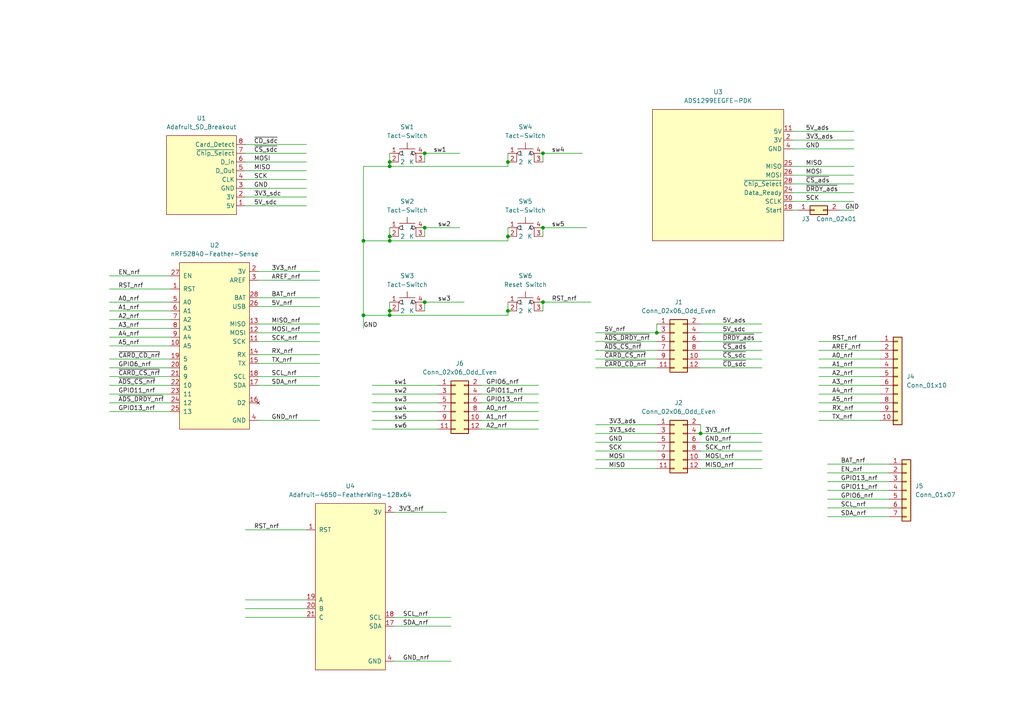
<source format=kicad_sch>
(kicad_sch (version 20211123) (generator eeschema)
  (paper "A4")
  (lib_symbols
    (symbol "ADS1299EEGFE-PDK_1"
      (property "Reference" "U" (at 8.89 20.32 0))
      (property "Value" "ADS1299EEGFE-PDK_1" (at -15.24 19.05 0))
      (symbol "ADS1299EEGFE-PDK_1_0_1"
        (rectangle (start -38.1 17.78) (end 0 -20.32) (fill (type background)))
      )
      (symbol "ADS1299EEGFE-PDK_1_1_1"
        (pin power_in line (at 2.54 11.43 180) (length 2.54) (name "5V") (number "11"))
        (pin input line (at 2.54 -11.43 180) (length 2.54) (name "Start") (number "18"))
        (pin power_in line (at 2.54 8.89 180) (length 2.54) (name "3V") (number "2"))
        (pin output line (at 2.54 -6.35 180) (length 2.54) (name "Data_Ready") (number "24"))
        (pin output line (at 2.54 1.27 180) (length 2.54) (name "MISO") (number "25"))
        (pin input line (at 2.54 -1.27 180) (length 2.54) (name "MOSI") (number "26"))
        (pin input line (at 2.54 -3.81 180) (length 2.54) (name "~{Chip_Select}") (number "28"))
        (pin input line (at 2.54 -8.89 180) (length 2.54) (name "SCLK") (number "30"))
        (pin power_in line (at 2.54 6.35 180) (length 2.54) (name "GND") (number "4"))
      )
    )
    (symbol "Adafruit_SD_Breakout_1"
      (property "Reference" "U" (at -19.05 0 0))
      (property "Value" "Adafruit_SD_Breakout_1" (at -10.16 -25.4 0))
      (symbol "Adafruit_SD_Breakout_1_0_1"
        (rectangle (start -20.32 -1.27) (end 0 -24.13) (fill (type background)))
      )
      (symbol "Adafruit_SD_Breakout_1_1_1"
        (pin power_in line (at 2.54 -21.59 180) (length 2.54) (name "5V") (number "1"))
        (pin power_in line (at 2.54 -19.05 180) (length 2.54) (name "3V") (number "2"))
        (pin power_in line (at 2.54 -16.51 180) (length 2.54) (name "GND") (number "3"))
        (pin input line (at 2.54 -13.97 180) (length 2.54) (name "CLK") (number "4"))
        (pin output line (at 2.54 -11.43 180) (length 2.54) (name "D_Out") (number "5"))
        (pin input line (at 2.54 -8.89 180) (length 2.54) (name "D_in") (number "6"))
        (pin input line (at 2.54 -6.35 180) (length 2.54) (name "~{Chip_Select}") (number "7"))
        (pin output line (at 2.54 -3.81 180) (length 2.54) (name "Card_Detect") (number "8"))
      )
    )
    (symbol "Connector_Generic:Conn_01x07" (pin_names (offset 1.016) hide)
      (property "Reference" "J" (at 0 10.16 0))
      (property "Value" "Conn_01x07" (at 0 -10.16 0))
      (symbol "Conn_01x07_1_1"
        (rectangle (start -1.27 -7.493) (end 0 -7.747) (stroke (width 0.1524)))
        (rectangle (start -1.27 -4.953) (end 0 -5.207) (stroke (width 0.1524)))
        (rectangle (start -1.27 -2.413) (end 0 -2.667) (stroke (width 0.1524)))
        (rectangle (start -1.27 0.127) (end 0 -0.127) (stroke (width 0.1524)))
        (rectangle (start -1.27 2.667) (end 0 2.413) (stroke (width 0.1524)))
        (rectangle (start -1.27 5.207) (end 0 4.953) (stroke (width 0.1524)))
        (rectangle (start -1.27 7.747) (end 0 7.493) (stroke (width 0.1524)))
        (rectangle (start -1.27 8.89) (end 1.27 -8.89) (stroke (width 0.254)) (fill (type background)))
        (pin passive line (at -5.08 7.62 0) (length 3.81) (name "Pin_1") (number "1"))
        (pin passive line (at -5.08 5.08 0) (length 3.81) (name "Pin_2") (number "2"))
        (pin passive line (at -5.08 2.54 0) (length 3.81) (name "Pin_3") (number "3"))
        (pin passive line (at -5.08 0 0) (length 3.81) (name "Pin_4") (number "4"))
        (pin passive line (at -5.08 -2.54 0) (length 3.81) (name "Pin_5") (number "5"))
        (pin passive line (at -5.08 -5.08 0) (length 3.81) (name "Pin_6") (number "6"))
        (pin passive line (at -5.08 -7.62 0) (length 3.81) (name "Pin_7") (number "7"))
      )
    )
    (symbol "Connector_Generic:Conn_01x10" (pin_names (offset 1.016) hide)
      (property "Reference" "J" (at 0 12.7 0))
      (property "Value" "Conn_01x10" (at 0 -15.24 0))
      (symbol "Conn_01x10_1_1"
        (rectangle (start -1.27 -12.573) (end 0 -12.827) (stroke (width 0.1524)))
        (rectangle (start -1.27 -10.033) (end 0 -10.287) (stroke (width 0.1524)))
        (rectangle (start -1.27 -7.493) (end 0 -7.747) (stroke (width 0.1524)))
        (rectangle (start -1.27 -4.953) (end 0 -5.207) (stroke (width 0.1524)))
        (rectangle (start -1.27 -2.413) (end 0 -2.667) (stroke (width 0.1524)))
        (rectangle (start -1.27 0.127) (end 0 -0.127) (stroke (width 0.1524)))
        (rectangle (start -1.27 2.667) (end 0 2.413) (stroke (width 0.1524)))
        (rectangle (start -1.27 5.207) (end 0 4.953) (stroke (width 0.1524)))
        (rectangle (start -1.27 7.747) (end 0 7.493) (stroke (width 0.1524)))
        (rectangle (start -1.27 10.287) (end 0 10.033) (stroke (width 0.1524)))
        (rectangle (start -1.27 11.43) (end 1.27 -13.97) (stroke (width 0.254)) (fill (type background)))
        (pin passive line (at -5.08 10.16 0) (length 3.81) (name "Pin_1") (number "1"))
        (pin passive line (at -5.08 -12.7 0) (length 3.81) (name "Pin_10") (number "10"))
        (pin passive line (at -5.08 7.62 0) (length 3.81) (name "Pin_2") (number "2"))
        (pin passive line (at -5.08 5.08 0) (length 3.81) (name "Pin_3") (number "3"))
        (pin passive line (at -5.08 2.54 0) (length 3.81) (name "Pin_4") (number "4"))
        (pin passive line (at -5.08 0 0) (length 3.81) (name "Pin_5") (number "5"))
        (pin passive line (at -5.08 -2.54 0) (length 3.81) (name "Pin_6") (number "6"))
        (pin passive line (at -5.08 -5.08 0) (length 3.81) (name "Pin_7") (number "7"))
        (pin passive line (at -5.08 -7.62 0) (length 3.81) (name "Pin_8") (number "8"))
        (pin passive line (at -5.08 -10.16 0) (length 3.81) (name "Pin_9") (number "9"))
      )
    )
    (symbol "Connector_Generic:Conn_02x01" (pin_names (offset 1.016) hide)
      (property "Reference" "J" (at 1.27 2.54 0))
      (property "Value" "Conn_02x01" (at 1.27 -2.54 0))
      (symbol "Conn_02x01_1_1"
        (rectangle (start -1.27 0.127) (end 0 -0.127) (stroke (width 0.1524)))
        (rectangle (start -1.27 1.27) (end 3.81 -1.27) (stroke (width 0.254)) (fill (type background)))
        (rectangle (start 3.81 0.127) (end 2.54 -0.127) (stroke (width 0.1524)))
        (pin passive line (at -5.08 0 0) (length 3.81) (name "Pin_1") (number "1"))
        (pin passive line (at 7.62 0 180) (length 3.81) (name "Pin_2") (number "2"))
      )
    )
    (symbol "Connector_Generic:Conn_02x06_Odd_Even" (pin_names (offset 1.016) hide)
      (property "Reference" "J" (at 1.27 7.62 0))
      (property "Value" "Conn_02x06_Odd_Even" (at 1.27 -10.16 0))
      (symbol "Conn_02x06_Odd_Even_1_1"
        (rectangle (start -1.27 -7.493) (end 0 -7.747) (stroke (width 0.1524)))
        (rectangle (start -1.27 -4.953) (end 0 -5.207) (stroke (width 0.1524)))
        (rectangle (start -1.27 -2.413) (end 0 -2.667) (stroke (width 0.1524)))
        (rectangle (start -1.27 0.127) (end 0 -0.127) (stroke (width 0.1524)))
        (rectangle (start -1.27 2.667) (end 0 2.413) (stroke (width 0.1524)))
        (rectangle (start -1.27 5.207) (end 0 4.953) (stroke (width 0.1524)))
        (rectangle (start -1.27 6.35) (end 3.81 -8.89) (stroke (width 0.254)) (fill (type background)))
        (rectangle (start 3.81 -7.493) (end 2.54 -7.747) (stroke (width 0.1524)))
        (rectangle (start 3.81 -4.953) (end 2.54 -5.207) (stroke (width 0.1524)))
        (rectangle (start 3.81 -2.413) (end 2.54 -2.667) (stroke (width 0.1524)))
        (rectangle (start 3.81 0.127) (end 2.54 -0.127) (stroke (width 0.1524)))
        (rectangle (start 3.81 2.667) (end 2.54 2.413) (stroke (width 0.1524)))
        (rectangle (start 3.81 5.207) (end 2.54 4.953) (stroke (width 0.1524)))
        (pin passive line (at -5.08 5.08 0) (length 3.81) (name "Pin_1") (number "1"))
        (pin passive line (at 7.62 -5.08 180) (length 3.81) (name "Pin_10") (number "10"))
        (pin passive line (at -5.08 -7.62 0) (length 3.81) (name "Pin_11") (number "11"))
        (pin passive line (at 7.62 -7.62 180) (length 3.81) (name "Pin_12") (number "12"))
        (pin passive line (at 7.62 5.08 180) (length 3.81) (name "Pin_2") (number "2"))
        (pin passive line (at -5.08 2.54 0) (length 3.81) (name "Pin_3") (number "3"))
        (pin passive line (at 7.62 2.54 180) (length 3.81) (name "Pin_4") (number "4"))
        (pin passive line (at -5.08 0 0) (length 3.81) (name "Pin_5") (number "5"))
        (pin passive line (at 7.62 0 180) (length 3.81) (name "Pin_6") (number "6"))
        (pin passive line (at -5.08 -2.54 0) (length 3.81) (name "Pin_7") (number "7"))
        (pin passive line (at 7.62 -2.54 180) (length 3.81) (name "Pin_8") (number "8"))
        (pin passive line (at -5.08 -5.08 0) (length 3.81) (name "Pin_9") (number "9"))
      )
    )
    (symbol "VolksEEG:Adafruit-4650-FeatherWing-128x64" (pin_names (offset 1.016))
      (property "Reference" "U" (at -8.89 25.4 0))
      (property "Value" "Adafruit-4650-FeatherWing-128x64" (at 1.27 -25.4 0))
      (property "Datasheet" "https://learn.adafruit.com/adafruit-128x64-oled-featherwing/overview" (at -1.27 29.21 0))
      (symbol "Adafruit-4650-FeatherWing-128x64_0_1"
        (rectangle (start -10.16 24.13) (end 10.16 -24.13) (fill (type background)))
      )
      (symbol "Adafruit-4650-FeatherWing-128x64_1_1"
        (pin input line (at -12.7 16.51 0) (length 2.54) (name "RST") (number "1"))
        (pin bidirectional line (at 12.7 -11.43 180) (length 2.54) (name "SDA") (number "17"))
        (pin output line (at 12.7 -8.89 180) (length 2.54) (name "SCL") (number "18"))
        (pin bidirectional line (at -12.7 -3.81 0) (length 2.54) (name "A") (number "19"))
        (pin power_in line (at 12.7 21.59 180) (length 2.54) (name "3V") (number "2"))
        (pin bidirectional line (at -12.7 -6.35 0) (length 2.54) (name "B") (number "20"))
        (pin bidirectional line (at -12.7 -8.89 0) (length 2.54) (name "C") (number "21"))
        (pin power_in line (at 12.7 -21.59 180) (length 2.54) (name "GND") (number "4"))
      )
    )
    (symbol "VolksEEG:Tact-Switch"
      (property "Reference" "SW" (at 1.27 -2.54 0))
      (property "Value" "Tact-Switch" (at 1.27 1.27 0))
      (symbol "Tact-Switch_0_1"
        (circle (center -1.778 -5.08) (radius 0.508))
        (polyline (pts (xy -2.286 -3.81) (xy 2.286 -3.81)))
        (polyline (pts (xy 0 -3.81) (xy 0 -2.032)))
        (polyline (pts (xy -2.54 -7.62) (xy -2.54 -5.08) (xy -2.286 -5.08)))
        (polyline (pts (xy 2.54 -7.62) (xy 2.54 -5.08) (xy 2.286 -5.08)))
        (circle (center 1.778 -5.08) (radius 0.508))
        (pin passive line (at -5.08 -5.08 0) (length 2.54) (name "1") (number "1"))
        (pin passive line (at -5.08 -7.62 0) (length 2.54) (name "2") (number "2"))
        (pin passive line (at 5.08 -7.62 180) (length 2.54) (name "K") (number "3"))
        (pin passive line (at 5.08 -5.08 180) (length 2.54) (name "A") (number "4"))
      )
    )
    (symbol "VolksEEG:nRF52840-Feather-Sense" (pin_names (offset 1.016))
      (property "Reference" "U" (at -8.89 25.4 0))
      (property "Value" "nRF52840-Feather-Sense" (at 1.27 -25.4 0))
      (symbol "nRF52840-Feather-Sense_0_1"
        (rectangle (start -10.16 24.13) (end 10.16 -24.13) (fill (type background)))
      )
      (symbol "nRF52840-Feather-Sense_1_1"
        (pin input line (at -12.7 16.51 0) (length 2.54) (name "RST") (number "1"))
        (pin bidirectional line (at -12.7 0 0) (length 2.54) (name "A5") (number "10"))
        (pin output line (at 12.7 1.27 180) (length 2.54) (name "SCK") (number "11"))
        (pin output line (at 12.7 3.81 180) (length 2.54) (name "MOSI") (number "12"))
        (pin input line (at 12.7 6.35 180) (length 2.54) (name "MISO") (number "13"))
        (pin input line (at 12.7 -2.54 180) (length 2.54) (name "RX") (number "14"))
        (pin output line (at 12.7 -5.08 180) (length 2.54) (name "TX") (number "15"))
        (pin no_connect line (at 12.7 -16.51 180) (length 2.54) (name "D2") (number "16"))
        (pin bidirectional line (at 12.7 -11.43 180) (length 2.54) (name "SDA") (number "17"))
        (pin output line (at 12.7 -8.89 180) (length 2.54) (name "SCL") (number "18"))
        (pin bidirectional line (at -12.7 -3.81 0) (length 2.54) (name "5") (number "19"))
        (pin power_in line (at 12.7 21.59 180) (length 2.54) (name "3V") (number "2"))
        (pin bidirectional line (at -12.7 -6.35 0) (length 2.54) (name "6") (number "20"))
        (pin bidirectional line (at -12.7 -8.89 0) (length 2.54) (name "9") (number "21"))
        (pin bidirectional line (at -12.7 -11.43 0) (length 2.54) (name "10") (number "22"))
        (pin bidirectional line (at -12.7 -13.97 0) (length 2.54) (name "11") (number "23"))
        (pin bidirectional line (at -12.7 -16.51 0) (length 2.54) (name "12") (number "24"))
        (pin bidirectional line (at -12.7 -19.05 0) (length 2.54) (name "13") (number "25"))
        (pin power_out line (at 12.7 11.43 180) (length 2.54) (name "USB") (number "26"))
        (pin input line (at -12.7 20.32 0) (length 2.54) (name "EN") (number "27"))
        (pin power_out line (at 12.7 13.97 180) (length 2.54) (name "BAT") (number "28"))
        (pin power_in line (at 12.7 19.05 180) (length 2.54) (name "AREF") (number "3"))
        (pin power_in line (at 12.7 -21.59 180) (length 2.54) (name "GND") (number "4"))
        (pin bidirectional line (at -12.7 12.7 0) (length 2.54) (name "A0") (number "5"))
        (pin bidirectional line (at -12.7 10.16 0) (length 2.54) (name "A1") (number "6"))
        (pin bidirectional line (at -12.7 7.62 0) (length 2.54) (name "A2") (number "7"))
        (pin bidirectional line (at -12.7 5.08 0) (length 2.54) (name "A3") (number "8"))
        (pin bidirectional line (at -12.7 2.54 0) (length 2.54) (name "A4") (number "9"))
      )
    )
  )
  (junction (at 147.32 90.17))
  (junction (at 157.48 87.63))
  (junction (at 147.32 68.58))
  (junction (at 157.48 66.04))
  (junction (at 157.48 44.45))
  (junction (at 105.41 69.85))
  (junction (at 113.03 68.58))
  (junction (at 113.03 48.26))
  (junction (at 113.03 69.85))
  (junction (at 203.2 125.73))
  (junction (at 113.03 46.99))
  (junction (at 123.19 44.45))
  (junction (at 190.5 96.52))
  (junction (at 113.03 91.44))
  (junction (at 147.32 46.99))
  (junction (at 105.41 91.44))
  (junction (at 123.19 66.04))
  (junction (at 123.19 87.63))
  (junction (at 113.03 90.17))
  (wire (pts (xy 107.95 111.76) (xy 127 111.76)))
  (wire (pts (xy 240.03 144.78) (xy 257.81 144.78)))
  (wire (pts (xy 74.93 88.9) (xy 92.71 88.9)))
  (wire (pts (xy 203.2 106.68) (xy 220.98 106.68)))
  (wire (pts (xy 237.49 111.76) (xy 255.27 111.76)))
  (wire (pts (xy 74.93 81.28) (xy 92.71 81.28)))
  (wire (pts (xy 31.75 100.33) (xy 49.53 100.33)))
  (wire (pts (xy 172.72 125.73) (xy 190.5 125.73)))
  (wire (pts (xy 71.12 153.67) (xy 88.9 153.67)))
  (wire (pts (xy 203.2 128.27) (xy 220.98 128.27)))
  (wire (pts (xy 229.87 40.64) (xy 247.65 40.64)))
  (wire (pts (xy 172.72 135.89) (xy 190.5 135.89)))
  (wire (pts (xy 31.75 116.84) (xy 49.53 116.84)))
  (wire (pts (xy 71.12 41.91) (xy 88.9 41.91)))
  (wire (pts (xy 139.7 111.76) (xy 156.21 111.76)))
  (wire (pts (xy 172.72 128.27) (xy 190.5 128.27)))
  (wire (pts (xy 172.72 106.68) (xy 190.5 106.68)))
  (wire (pts (xy 113.03 69.85) (xy 147.32 69.85)))
  (wire (pts (xy 74.93 78.74) (xy 92.71 78.74)))
  (wire (pts (xy 139.7 119.38) (xy 156.21 119.38)))
  (wire (pts (xy 237.49 121.92) (xy 255.27 121.92)))
  (wire (pts (xy 107.95 121.92) (xy 127 121.92)))
  (wire (pts (xy 113.03 48.26) (xy 147.32 48.26)))
  (wire (pts (xy 139.7 114.3) (xy 156.21 114.3)))
  (wire (pts (xy 74.93 86.36) (xy 92.71 86.36)))
  (wire (pts (xy 237.49 109.22) (xy 255.27 109.22)))
  (wire (pts (xy 203.2 96.52) (xy 220.98 96.52)))
  (wire (pts (xy 71.12 44.45) (xy 88.9 44.45)))
  (wire (pts (xy 114.3 179.07) (xy 130.81 179.07)))
  (wire (pts (xy 113.03 87.63) (xy 113.03 90.17)))
  (wire (pts (xy 157.48 66.04) (xy 157.48 68.58)))
  (wire (pts (xy 74.93 96.52) (xy 92.71 96.52)))
  (wire (pts (xy 31.75 97.79) (xy 49.53 97.79)))
  (wire (pts (xy 113.03 68.58) (xy 113.03 69.85)))
  (wire (pts (xy 203.2 123.19) (xy 203.2 125.73)))
  (wire (pts (xy 157.48 44.45) (xy 168.91 44.45)))
  (wire (pts (xy 147.32 90.17) (xy 147.32 91.44)))
  (wire (pts (xy 107.95 124.46) (xy 127 124.46)))
  (wire (pts (xy 203.2 93.98) (xy 220.98 93.98)))
  (wire (pts (xy 105.41 69.85) (xy 113.03 69.85)))
  (wire (pts (xy 123.19 44.45) (xy 123.19 46.99)))
  (wire (pts (xy 31.75 87.63) (xy 49.53 87.63)))
  (wire (pts (xy 31.75 80.01) (xy 49.53 80.01)))
  (wire (pts (xy 157.48 66.04) (xy 170.18 66.04)))
  (wire (pts (xy 113.03 44.45) (xy 113.03 46.99)))
  (wire (pts (xy 74.93 109.22) (xy 92.71 109.22)))
  (wire (pts (xy 243.84 60.96) (xy 247.65 60.96)))
  (wire (pts (xy 237.49 116.84) (xy 255.27 116.84)))
  (wire (pts (xy 31.75 111.76) (xy 49.53 111.76)))
  (wire (pts (xy 71.12 57.15) (xy 88.9 57.15)))
  (wire (pts (xy 113.03 90.17) (xy 113.03 91.44)))
  (wire (pts (xy 71.12 49.53) (xy 88.9 49.53)))
  (wire (pts (xy 31.75 114.3) (xy 49.53 114.3)))
  (wire (pts (xy 157.48 87.63) (xy 157.48 90.17)))
  (wire (pts (xy 240.03 142.24) (xy 257.81 142.24)))
  (wire (pts (xy 240.03 139.7) (xy 257.81 139.7)))
  (wire (pts (xy 123.19 87.63) (xy 134.62 87.63)))
  (wire (pts (xy 172.72 96.52) (xy 190.5 96.52)))
  (wire (pts (xy 172.72 130.81) (xy 190.5 130.81)))
  (wire (pts (xy 229.87 43.18) (xy 247.65 43.18)))
  (wire (pts (xy 229.87 53.34) (xy 247.65 53.34)))
  (wire (pts (xy 157.48 87.63) (xy 171.45 87.63)))
  (wire (pts (xy 113.03 46.99) (xy 113.03 48.26)))
  (wire (pts (xy 31.75 109.22) (xy 49.53 109.22)))
  (wire (pts (xy 105.41 91.44) (xy 113.03 91.44)))
  (wire (pts (xy 74.93 111.76) (xy 92.71 111.76)))
  (wire (pts (xy 31.75 90.17) (xy 49.53 90.17)))
  (wire (pts (xy 237.49 104.14) (xy 255.27 104.14)))
  (wire (pts (xy 203.2 99.06) (xy 220.98 99.06)))
  (wire (pts (xy 113.03 91.44) (xy 147.32 91.44)))
  (wire (pts (xy 71.12 52.07) (xy 88.9 52.07)))
  (wire (pts (xy 71.12 54.61) (xy 88.9 54.61)))
  (wire (pts (xy 105.41 91.44) (xy 105.41 95.25)))
  (wire (pts (xy 147.32 66.04) (xy 147.32 68.58)))
  (wire (pts (xy 172.72 104.14) (xy 190.5 104.14)))
  (wire (pts (xy 114.3 148.59) (xy 129.54 148.59)))
  (wire (pts (xy 71.12 173.99) (xy 88.9 173.99)))
  (wire (pts (xy 229.87 55.88) (xy 247.65 55.88)))
  (wire (pts (xy 172.72 101.6) (xy 190.5 101.6)))
  (wire (pts (xy 172.72 123.19) (xy 190.5 123.19)))
  (wire (pts (xy 237.49 114.3) (xy 255.27 114.3)))
  (wire (pts (xy 203.2 125.73) (xy 220.98 125.73)))
  (wire (pts (xy 71.12 176.53) (xy 88.9 176.53)))
  (wire (pts (xy 237.49 119.38) (xy 255.27 119.38)))
  (wire (pts (xy 139.7 121.92) (xy 156.21 121.92)))
  (wire (pts (xy 157.48 44.45) (xy 157.48 46.99)))
  (wire (pts (xy 147.32 46.99) (xy 147.32 48.26)))
  (wire (pts (xy 105.41 69.85) (xy 105.41 91.44)))
  (wire (pts (xy 114.3 191.77) (xy 130.81 191.77)))
  (wire (pts (xy 123.19 66.04) (xy 123.19 68.58)))
  (wire (pts (xy 71.12 59.69) (xy 88.9 59.69)))
  (wire (pts (xy 240.03 149.86) (xy 257.81 149.86)))
  (wire (pts (xy 240.03 137.16) (xy 257.81 137.16)))
  (wire (pts (xy 190.5 93.98) (xy 190.5 96.52)))
  (wire (pts (xy 71.12 179.07) (xy 88.9 179.07)))
  (wire (pts (xy 229.87 38.1) (xy 247.65 38.1)))
  (wire (pts (xy 229.87 50.8) (xy 247.65 50.8)))
  (wire (pts (xy 147.32 87.63) (xy 147.32 90.17)))
  (wire (pts (xy 123.19 66.04) (xy 133.35 66.04)))
  (wire (pts (xy 74.93 105.41) (xy 92.71 105.41)))
  (wire (pts (xy 203.2 101.6) (xy 220.98 101.6)))
  (wire (pts (xy 139.7 124.46) (xy 156.21 124.46)))
  (wire (pts (xy 237.49 101.6) (xy 255.27 101.6)))
  (wire (pts (xy 31.75 92.71) (xy 49.53 92.71)))
  (wire (pts (xy 114.3 181.61) (xy 130.81 181.61)))
  (wire (pts (xy 31.75 119.38) (xy 49.53 119.38)))
  (wire (pts (xy 203.2 135.89) (xy 220.98 135.89)))
  (wire (pts (xy 172.72 133.35) (xy 190.5 133.35)))
  (wire (pts (xy 240.03 147.32) (xy 257.81 147.32)))
  (wire (pts (xy 172.72 99.06) (xy 190.5 99.06)))
  (wire (pts (xy 105.41 48.26) (xy 105.41 69.85)))
  (wire (pts (xy 31.75 104.14) (xy 49.53 104.14)))
  (wire (pts (xy 237.49 106.68) (xy 255.27 106.68)))
  (wire (pts (xy 107.95 114.3) (xy 127 114.3)))
  (wire (pts (xy 31.75 95.25) (xy 49.53 95.25)))
  (wire (pts (xy 31.75 83.82) (xy 49.53 83.82)))
  (wire (pts (xy 203.2 104.14) (xy 220.98 104.14)))
  (wire (pts (xy 229.87 48.26) (xy 247.65 48.26)))
  (wire (pts (xy 147.32 68.58) (xy 147.32 69.85)))
  (wire (pts (xy 123.19 87.63) (xy 123.19 90.17)))
  (wire (pts (xy 229.87 58.42) (xy 247.65 58.42)))
  (wire (pts (xy 74.93 93.98) (xy 92.71 93.98)))
  (wire (pts (xy 139.7 116.84) (xy 156.21 116.84)))
  (wire (pts (xy 123.19 44.45) (xy 133.35 44.45)))
  (wire (pts (xy 107.95 116.84) (xy 127 116.84)))
  (wire (pts (xy 240.03 134.62) (xy 257.81 134.62)))
  (wire (pts (xy 229.87 60.96) (xy 231.14 60.96)))
  (wire (pts (xy 203.2 133.35) (xy 220.98 133.35)))
  (wire (pts (xy 113.03 48.26) (xy 105.41 48.26)))
  (wire (pts (xy 74.93 102.87) (xy 92.71 102.87)))
  (wire (pts (xy 74.93 121.92) (xy 92.71 121.92)))
  (wire (pts (xy 107.95 119.38) (xy 127 119.38)))
  (wire (pts (xy 113.03 66.04) (xy 113.03 68.58)))
  (wire (pts (xy 71.12 46.99) (xy 88.9 46.99)))
  (wire (pts (xy 147.32 44.45) (xy 147.32 46.99)))
  (wire (pts (xy 203.2 130.81) (xy 220.98 130.81)))
  (wire (pts (xy 31.75 106.68) (xy 49.53 106.68)))
  (wire (pts (xy 237.49 99.06) (xy 255.27 99.06)))
  (wire (pts (xy 74.93 99.06) (xy 92.71 99.06)))
  (label "~{CARD_CD_nrf}" (at 175.26 106.68 0))
  (label "A0_nrf" (at 241.3 104.14 0))
  (label "GPIO6_nrf" (at 243.84 144.78 0))
  (label "A4_nrf" (at 34.29 97.79 0))
  (label "AREF_nrf" (at 241.3 101.6 0))
  (label "sw2" (at 127 66.04 0))
  (label "A2_nrf" (at 241.3 109.22 0))
  (label "5V_nrf" (at 78.74 88.9 0))
  (label "MOSI" (at 73.66 46.99 0))
  (label "A1_nrf" (at 140.97 121.92 0))
  (label "~{CS_ads}" (at 209.55 101.6 0))
  (label "~{DRDY_ads}" (at 209.55 99.06 0))
  (label "MISO" (at 233.68 48.26 0))
  (label "sw6" (at 114.3 124.46 0))
  (label "~{ADS_CS_nrf}" (at 34.29 111.76 0))
  (label "RX_nrf" (at 241.3 119.38 0))
  (label "sw1" (at 114.3 111.76 0))
  (label "~{DRDY_ads}" (at 233.68 55.88 0))
  (label "GPIO6_nrf" (at 140.97 111.76 0))
  (label "sw1" (at 125.73 44.45 0))
  (label "GND_nrf" (at 204.47 128.27 0))
  (label "MOSI" (at 233.68 50.8 0))
  (label "A3_nrf" (at 241.3 111.76 0))
  (label "sw3" (at 114.3 116.84 0))
  (label "sw4" (at 114.3 119.38 0))
  (label "GND_nrf" (at 116.84 191.77 0))
  (label "GPIO11_nrf" (at 140.97 114.3 0))
  (label "RST_nrf" (at 34.29 83.82 0))
  (label "A3_nrf" (at 34.29 95.25 0))
  (label "GND" (at 245.11 60.96 0))
  (label "RX_nrf" (at 78.74 102.87 0))
  (label "GND" (at 73.66 54.61 0))
  (label "A1_nrf" (at 34.29 90.17 0))
  (label "GND" (at 233.68 43.18 0))
  (label "5V_ads" (at 209.55 93.98 0))
  (label "SDA_nrf" (at 116.84 181.61 0))
  (label "sw4" (at 160.02 44.45 0))
  (label "5V_sdc" (at 209.55 96.52 0))
  (label "MOSI_nrf" (at 78.74 96.52 0))
  (label "~{CD_sdc}" (at 73.66 41.91 0))
  (label "BAT_nrf" (at 243.84 134.62 0))
  (label "~{CS_sdc}" (at 73.66 44.45 0))
  (label "sw2" (at 114.3 114.3 0))
  (label "3V3_nrf" (at 204.47 125.73 0))
  (label "GPIO13_nrf" (at 243.84 139.7 0))
  (label "3V3_sdc" (at 176.53 125.73 0))
  (label "SCL_nrf" (at 116.84 179.07 0))
  (label "GPIO11_nrf" (at 34.29 114.3 0))
  (label "A1_nrf" (at 241.3 106.68 0))
  (label "GPIO11_nrf" (at 243.84 142.24 0))
  (label "GND" (at 105.41 95.25 0))
  (label "MOSI" (at 176.53 133.35 0))
  (label "A5_nrf" (at 241.3 116.84 0))
  (label "~{CS_ads}" (at 233.68 53.34 0))
  (label "GPIO6_nrf" (at 34.29 106.68 0))
  (label "A0_nrf" (at 140.97 119.38 0))
  (label "MISO" (at 176.53 135.89 0))
  (label "A2_nrf" (at 140.97 124.46 0))
  (label "SCL_nrf" (at 78.74 109.22 0))
  (label "RST_nrf" (at 160.02 87.63 0))
  (label "SCK_nrf" (at 204.47 130.81 0))
  (label "BAT_nrf" (at 78.74 86.36 0))
  (label "SCK" (at 73.66 52.07 0))
  (label "5V_ads" (at 233.68 38.1 0))
  (label "RST_nrf" (at 241.3 99.06 0))
  (label "~{CARD_CS_nrf}" (at 175.26 104.14 0))
  (label "3V3_ads" (at 233.68 40.64 0))
  (label "TX_nrf" (at 241.3 121.92 0))
  (label "SDA_nrf" (at 78.74 111.76 0))
  (label "~{ADS_DRDY_nrf}" (at 175.26 99.06 0))
  (label "GPIO13_nrf" (at 140.97 116.84 0))
  (label "~{CD_sdc}" (at 209.55 106.68 0))
  (label "EN_nrf" (at 243.84 137.16 0))
  (label "sw5" (at 160.02 66.04 0))
  (label "TX_nrf" (at 78.74 105.41 0))
  (label "SCL_nrf" (at 243.84 147.32 0))
  (label "GPIO13_nrf" (at 34.29 119.38 0))
  (label "MOSI_nrf" (at 204.47 133.35 0))
  (label "EN_nrf" (at 34.29 80.01 0))
  (label "AREF_nrf" (at 78.74 81.28 0))
  (label "GND_nrf" (at 78.74 121.92 0))
  (label "~{CARD_CD_nrf}" (at 34.29 104.14 0))
  (label "A2_nrf" (at 34.29 92.71 0))
  (label "5V_sdc" (at 73.66 59.69 0))
  (label "SCK_nrf" (at 78.74 99.06 0))
  (label "SDA_nrf" (at 243.84 149.86 0))
  (label "A5_nrf" (at 34.29 100.33 0))
  (label "MISO_nrf" (at 204.47 135.89 0))
  (label "~{CS_sdc}" (at 209.55 104.14 0))
  (label "3V3_ads" (at 176.53 123.19 0))
  (label "MISO" (at 73.66 49.53 0))
  (label "SCK" (at 176.53 130.81 0))
  (label "MISO_nrf" (at 78.74 93.98 0))
  (label "3V3_sdc" (at 73.66 57.15 0))
  (label "~{CARD_CS_nrf}" (at 34.29 109.22 0))
  (label "5V_nrf" (at 175.26 96.52 0))
  (label "SCK" (at 233.68 58.42 0))
  (label "A0_nrf" (at 34.29 87.63 0))
  (label "3V3_nrf" (at 115.57 148.59 0))
  (label "~{ADS_DRDY_nrf}" (at 34.29 116.84 0))
  (label "GND" (at 176.53 128.27 0))
  (label "~{ADS_CS_nrf}" (at 175.26 101.6 0))
  (label "A4_nrf" (at 241.3 114.3 0))
  (label "3V3_nrf" (at 78.74 78.74 0))
  (label "sw5" (at 114.3 121.92 0))
  (label "RST_nrf" (at 73.66 153.67 0))
  (label "sw3" (at 127 87.63 0))
  (symbol (lib_id "Connector_Generic:Conn_02x01") (at 236.22 60.96 0) (unit 1)
    (property "Reference" "J3" (at 233.68 63.5 0))
    (property "Value" "Conn_02x01" (at 242.57 63.5 0))
    (property "Footprint" "Connector_PinHeader_2.54mm:PinHeader_1x02_P2.54mm_Vertical" (effects hide))
  )
  (symbol (lib_id "VolksEEG:Tact-Switch") (at 152.4 60.96 0) (unit 1)
    (property "Reference" "SW5" (at 152.4 58.42 0))
    (property "Value" "Tact-Switch" (at 152.4 60.96 0))
    (property "Footprint" "VolksEEG:Sparkfun Tactile Switch" (effects hide))
    (property "Datasheet" "https://www.sparkfun.com/datasheets/Components/Buttons/TSA12110%20TACT%20SWITCH.jpg" (effects hide))
  )
  (symbol (lib_id "Connector_Generic:Conn_01x07") (at 262.89 142.24 0) (unit 1)
    (property "Reference" "J5" (at 265.43 140.9699 0) (effects (justify left)))
    (property "Value" "Conn_01x07" (at 265.43 143.5099 0) (effects (justify left)))
    (property "Footprint" "Connector_PinHeader_2.54mm:PinHeader_1x07_P2.54mm_Vertical" (effects hide))
  )
  (symbol (lib_id "Connector_Generic:Conn_02x06_Odd_Even") (at 195.58 99.06 0) (unit 1)
    (property "Reference" "J1" (at 196.85 87.63 0))
    (property "Value" "Conn_02x06_Odd_Even" (at 196.85 90.17 0))
    (property "Footprint" "Connector_PinHeader_2.54mm:PinHeader_2x06_P2.54mm_Vertical" (effects hide))
  )
  (symbol (lib_id "VolksEEG:Tact-Switch") (at 152.4 82.55 0) (unit 1)
    (property "Reference" "SW6" (at 152.4 80.01 0))
    (property "Value" "Reset Switch" (at 152.4 82.55 0))
    (property "Footprint" "VolksEEG:Sparkfun Tactile Switch" (effects hide))
    (property "Datasheet" "https://www.sparkfun.com/datasheets/Components/Buttons/TSA12110%20TACT%20SWITCH.jpg" (effects hide))
  )
  (symbol (lib_name "ADS1299EEGFE-PDK_1") (lib_id "VolksEEG:ADS1299EEGFE-PDK") (at 227.33 49.53 0) (unit 1)
    (property "Reference" "U3" (at 208.28 26.67 0))
    (property "Value" "ADS1299EEGFE-PDK" (at 208.28 29.21 0))
    (property "Footprint" "VolksEEG:ADS1299EEGFE-PDK" (effects hide))
  )
  (symbol (lib_id "Connector_Generic:Conn_02x06_Odd_Even") (at 195.58 128.27 0) (unit 1)
    (property "Reference" "J2" (at 196.85 116.84 0))
    (property "Value" "Conn_02x06_Odd_Even" (at 196.85 119.38 0))
    (property "Footprint" "Connector_PinHeader_2.54mm:PinHeader_2x06_P2.54mm_Vertical" (effects hide))
  )
  (symbol (lib_name "Adafruit_SD_Breakout_1") (lib_id "VolksEEG:Adafruit_SD_Breakout") (at 68.58 38.1 0) (unit 1)
    (property "Reference" "U1" (at 58.42 34.29 0))
    (property "Value" "Adafruit_SD_Breakout" (at 58.42 36.83 0))
    (property "Footprint" "VolksEEG:Adafruit_SD_Breakout" (effects hide))
    (property "Datasheet" "https://learn.adafruit.com/adafruit-micro-sd-breakout-board-card-tutorial/download" (effects hide))
    (property "Website" "https://www.adafruit.com/product/254" (effects hide))
    (property "Part Number" "254" (effects hide))
    (property "Manufacturer" "Adafruit" (effects hide))
  )
  (symbol (lib_id "VolksEEG:Tact-Switch") (at 118.11 39.37 0) (unit 1)
    (property "Reference" "SW1" (at 118.11 36.83 0))
    (property "Value" "Tact-Switch" (at 118.11 39.37 0))
    (property "Footprint" "VolksEEG:Sparkfun Tactile Switch" (effects hide))
    (property "Datasheet" "https://www.sparkfun.com/datasheets/Components/Buttons/TSA12110%20TACT%20SWITCH.jpg" (effects hide))
  )
  (symbol (lib_id "VolksEEG:nRF52840-Feather-Sense") (at 62.23 100.33 0) (unit 1)
    (property "Reference" "U2" (at 62.23 71.12 0))
    (property "Value" "nRF52840-Feather-Sense" (at 62.23 73.66 0))
    (property "Footprint" "VolksEEG:nRF52840_Feather_Sense" (effects hide))
    (property "Datasheet" "https://cdn-learn.adafruit.com/downloads/pdf/adafruit-feather-sense.pdf" (effects hide))
  )
  (symbol (lib_id "VolksEEG:Tact-Switch") (at 118.11 82.55 0) (unit 1)
    (property "Reference" "SW3" (at 118.11 80.01 0))
    (property "Value" "Tact-Switch" (at 118.11 82.55 0))
    (property "Footprint" "VolksEEG:Sparkfun Tactile Switch" (effects hide))
    (property "Datasheet" "https://www.sparkfun.com/datasheets/Components/Buttons/TSA12110%20TACT%20SWITCH.jpg" (effects hide))
  )
  (symbol (lib_id "VolksEEG:Adafruit-4650-FeatherWing-128x64") (at 101.6 170.18 0) (unit 1)
    (property "Reference" "U4" (at 101.6 140.97 0))
    (property "Value" "Adafruit-4650-FeatherWing-128x64" (at 101.6 143.51 0))
    (property "Footprint" "VolksEEG:nRF52840_Feather_Sense" (effects hide))
    (property "Datasheet" "https://learn.adafruit.com/adafruit-128x64-oled-featherwing/overview" (effects hide))
  )
  (symbol (lib_id "Connector_Generic:Conn_01x10") (at 260.35 109.22 0) (unit 1)
    (property "Reference" "J4" (at 262.89 109.2199 0) (effects (justify left)))
    (property "Value" "Conn_01x10" (at 262.89 111.7599 0) (effects (justify left)))
    (property "Footprint" "Connector_PinHeader_2.54mm:PinHeader_1x10_P2.54mm_Vertical" (effects hide))
  )
  (symbol (lib_id "VolksEEG:Tact-Switch") (at 152.4 39.37 0) (unit 1)
    (property "Reference" "SW4" (at 152.4 36.83 0))
    (property "Value" "Tact-Switch" (at 152.4 39.37 0))
    (property "Footprint" "VolksEEG:Sparkfun Tactile Switch" (effects hide))
    (property "Datasheet" "https://www.sparkfun.com/datasheets/Components/Buttons/TSA12110%20TACT%20SWITCH.jpg" (effects hide))
  )
  (symbol (lib_id "VolksEEG:Tact-Switch") (at 118.11 60.96 0) (unit 1)
    (property "Reference" "SW2" (at 118.11 58.42 0))
    (property "Value" "Tact-Switch" (at 118.11 60.96 0))
    (property "Footprint" "VolksEEG:Sparkfun Tactile Switch" (effects hide))
    (property "Datasheet" "https://www.sparkfun.com/datasheets/Components/Buttons/TSA12110%20TACT%20SWITCH.jpg" (effects hide))
  )
  (symbol (lib_id "Connector_Generic:Conn_02x06_Odd_Even") (at 132.08 116.84 0) (unit 1)
    (property "Reference" "J6" (at 133.35 105.41 0))
    (property "Value" "Conn_02x06_Odd_Even" (at 133.35 107.95 0))
    (property "Footprint" "VolksEEG:6-Jumper Header" (effects hide))
  )
)
</source>
